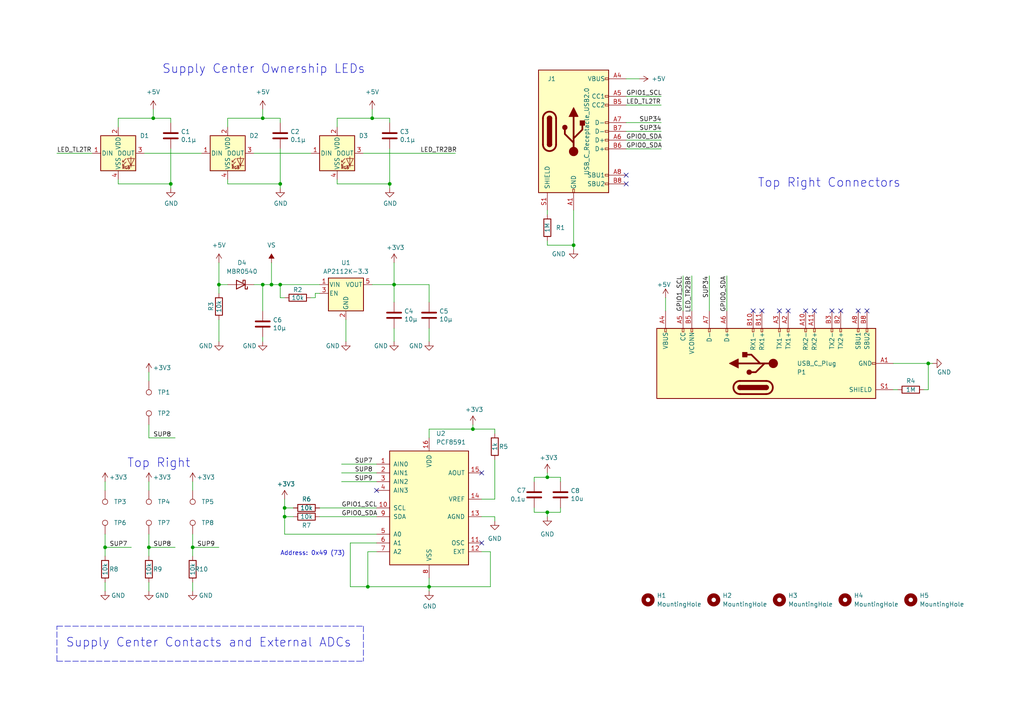
<source format=kicad_sch>
(kicad_sch (version 20211123) (generator eeschema)
  (paper "A4")
  (lib_symbols
    (symbol "Connector:TestPoint" (pin_numbers hide) (pin_names (offset 0.762) hide)
      (property "Reference" "TP" (at 0 6.858 0))
      (property "Value" "TestPoint" (at 0 5.08 0))
      (symbol "TestPoint_0_1"
        (circle (center 0 3.302) (radius 0.762))
      )
      (symbol "TestPoint_1_1"
        (pin passive line (at 0 0 90) (length 2.54) (name "1") (number "1"))
      )
    )
    (symbol "Connector:USB_C_Plug" (pin_names (offset 1.016))
      (property "Reference" "P" (at -10.16 29.21 0))
      (property "Value" "USB_C_Plug" (at 10.16 29.21 0))
      (symbol "USB_C_Plug_0_0"
        (rectangle (start -0.254 -35.56) (end 0.254 -34.544))
        (rectangle (start 10.16 -32.766) (end 9.144 -33.274))
        (rectangle (start 10.16 -30.226) (end 9.144 -30.734))
        (rectangle (start 10.16 -25.146) (end 9.144 -25.654))
        (rectangle (start 10.16 -22.606) (end 9.144 -23.114))
        (rectangle (start 10.16 -17.526) (end 9.144 -18.034))
        (rectangle (start 10.16 -14.986) (end 9.144 -15.494))
        (rectangle (start 10.16 -9.906) (end 9.144 -10.414))
        (rectangle (start 10.16 -7.366) (end 9.144 -7.874))
        (rectangle (start 10.16 -2.286) (end 9.144 -2.794))
        (rectangle (start 10.16 0.254) (end 9.144 -0.254))
        (rectangle (start 10.16 7.874) (end 9.144 7.366))
        (rectangle (start 10.16 12.954) (end 9.144 12.446))
        (rectangle (start 10.16 18.034) (end 9.144 17.526))
        (rectangle (start 10.16 20.574) (end 9.144 20.066))
        (rectangle (start 10.16 25.654) (end 9.144 25.146))
      )
      (symbol "USB_C_Plug_0_1"
        (rectangle (start -10.16 27.94) (end 10.16 -35.56) (stroke (width 0.254)) (fill (type background)))
        (arc (start -8.89 -3.81) (mid -6.985 -5.715) (end -5.08 -3.81) (stroke (width 0.508)))
        (arc (start -7.62 -3.81) (mid -6.985 -4.445) (end -6.35 -3.81) (stroke (width 0.254)))
        (arc (start -7.62 -3.81) (mid -6.985 -4.445) (end -6.35 -3.81) (stroke (width 0.254)) (fill (type outline)))
        (rectangle (start -7.62 -3.81) (end -6.35 3.81) (stroke (width 0.254)) (fill (type outline)))
        (arc (start -6.35 3.81) (mid -6.985 4.445) (end -7.62 3.81) (stroke (width 0.254)))
        (arc (start -6.35 3.81) (mid -6.985 4.445) (end -7.62 3.81) (stroke (width 0.254)) (fill (type outline)))
        (arc (start -5.08 3.81) (mid -6.985 5.715) (end -8.89 3.81) (stroke (width 0.508)))
        (polyline (pts (xy -8.89 -3.81) (xy -8.89 3.81)) (stroke (width 0.508)))
        (polyline (pts (xy -5.08 3.81) (xy -5.08 -3.81)) (stroke (width 0.508)))
      )
      (symbol "USB_C_Plug_1_1"
        (circle (center -2.54 1.143) (radius 0.635) (stroke (width 0.254)) (fill (type outline)))
        (circle (center 0 -5.842) (radius 1.27) (fill (type outline)))
        (polyline (pts (xy 0 -5.842) (xy 0 4.318)) (stroke (width 0.508)))
        (polyline (pts (xy 0 -3.302) (xy -2.54 -0.762) (xy -2.54 0.508)) (stroke (width 0.508)))
        (polyline (pts (xy 0 -2.032) (xy 2.54 0.508) (xy 2.54 1.778)) (stroke (width 0.508)))
        (polyline (pts (xy -1.27 4.318) (xy 0 6.858) (xy 1.27 4.318) (xy -1.27 4.318)) (stroke (width 0.254)) (fill (type outline)))
        (rectangle (start 1.905 1.778) (end 3.175 3.048) (stroke (width 0.254)) (fill (type outline)))
        (pin passive line (at 0 -40.64 90) (length 5.08) (name "GND") (number "A1"))
        (pin bidirectional line (at 15.24 -15.24 180) (length 5.08) (name "RX2-") (number "A10"))
        (pin bidirectional line (at 15.24 -17.78 180) (length 5.08) (name "RX2+") (number "A11"))
        (pin passive line (at 0 -40.64 90) (length 5.08) hide (name "GND") (number "A12"))
        (pin bidirectional line (at 15.24 -10.16 180) (length 5.08) (name "TX1+") (number "A2"))
        (pin bidirectional line (at 15.24 -7.62 180) (length 5.08) (name "TX1-") (number "A3"))
        (pin passive line (at 15.24 25.4 180) (length 5.08) (name "VBUS") (number "A4"))
        (pin bidirectional line (at 15.24 20.32 180) (length 5.08) (name "CC") (number "A5"))
        (pin bidirectional line (at 15.24 7.62 180) (length 5.08) (name "D+") (number "A6"))
        (pin bidirectional line (at 15.24 12.7 180) (length 5.08) (name "D-") (number "A7"))
        (pin bidirectional line (at 15.24 -30.48 180) (length 5.08) (name "SBU1") (number "A8"))
        (pin passive line (at 15.24 25.4 180) (length 5.08) hide (name "VBUS") (number "A9"))
        (pin passive line (at 0 -40.64 90) (length 5.08) hide (name "GND") (number "B1"))
        (pin bidirectional line (at 15.24 0 180) (length 5.08) (name "RX1-") (number "B10"))
        (pin bidirectional line (at 15.24 -2.54 180) (length 5.08) (name "RX1+") (number "B11"))
        (pin passive line (at 0 -40.64 90) (length 5.08) hide (name "GND") (number "B12"))
        (pin bidirectional line (at 15.24 -25.4 180) (length 5.08) (name "TX2+") (number "B2"))
        (pin bidirectional line (at 15.24 -22.86 180) (length 5.08) (name "TX2-") (number "B3"))
        (pin passive line (at 15.24 25.4 180) (length 5.08) hide (name "VBUS") (number "B4"))
        (pin bidirectional line (at 15.24 17.78 180) (length 5.08) (name "VCONN") (number "B5"))
        (pin bidirectional line (at 15.24 -33.02 180) (length 5.08) (name "SBU2") (number "B8"))
        (pin passive line (at 15.24 25.4 180) (length 5.08) hide (name "VBUS") (number "B9"))
        (pin passive line (at -7.62 -40.64 90) (length 5.08) (name "SHIELD") (number "S1"))
      )
    )
    (symbol "Connector:USB_C_Receptacle_USB2.0" (pin_names (offset 1.016))
      (property "Reference" "J" (at -10.16 19.05 0))
      (property "Value" "USB_C_Receptacle_USB2.0" (at 19.05 19.05 0))
      (symbol "USB_C_Receptacle_USB2.0_0_0"
        (rectangle (start -0.254 -17.78) (end 0.254 -16.764))
        (rectangle (start 10.16 -14.986) (end 9.144 -15.494))
        (rectangle (start 10.16 -12.446) (end 9.144 -12.954))
        (rectangle (start 10.16 -4.826) (end 9.144 -5.334))
        (rectangle (start 10.16 -2.286) (end 9.144 -2.794))
        (rectangle (start 10.16 0.254) (end 9.144 -0.254))
        (rectangle (start 10.16 2.794) (end 9.144 2.286))
        (rectangle (start 10.16 7.874) (end 9.144 7.366))
        (rectangle (start 10.16 10.414) (end 9.144 9.906))
        (rectangle (start 10.16 15.494) (end 9.144 14.986))
      )
      (symbol "USB_C_Receptacle_USB2.0_0_1"
        (rectangle (start -10.16 17.78) (end 10.16 -17.78) (stroke (width 0.254)) (fill (type background)))
        (arc (start -8.89 -3.81) (mid -6.985 -5.715) (end -5.08 -3.81) (stroke (width 0.508)))
        (arc (start -7.62 -3.81) (mid -6.985 -4.445) (end -6.35 -3.81) (stroke (width 0.254)))
        (arc (start -7.62 -3.81) (mid -6.985 -4.445) (end -6.35 -3.81) (stroke (width 0.254)) (fill (type outline)))
        (rectangle (start -7.62 -3.81) (end -6.35 3.81) (stroke (width 0.254)) (fill (type outline)))
        (arc (start -6.35 3.81) (mid -6.985 4.445) (end -7.62 3.81) (stroke (width 0.254)))
        (arc (start -6.35 3.81) (mid -6.985 4.445) (end -7.62 3.81) (stroke (width 0.254)) (fill (type outline)))
        (arc (start -5.08 3.81) (mid -6.985 5.715) (end -8.89 3.81) (stroke (width 0.508)))
        (circle (center -2.54 1.143) (radius 0.635) (stroke (width 0.254)) (fill (type outline)))
        (circle (center 0 -5.842) (radius 1.27) (fill (type outline)))
        (polyline (pts (xy -8.89 -3.81) (xy -8.89 3.81)) (stroke (width 0.508)))
        (polyline (pts (xy -5.08 3.81) (xy -5.08 -3.81)) (stroke (width 0.508)))
        (polyline (pts (xy 0 -5.842) (xy 0 4.318)) (stroke (width 0.508)))
        (polyline (pts (xy 0 -3.302) (xy -2.54 -0.762) (xy -2.54 0.508)) (stroke (width 0.508)))
        (polyline (pts (xy 0 -2.032) (xy 2.54 0.508) (xy 2.54 1.778)) (stroke (width 0.508)))
        (polyline (pts (xy -1.27 4.318) (xy 0 6.858) (xy 1.27 4.318) (xy -1.27 4.318)) (stroke (width 0.254)) (fill (type outline)))
        (rectangle (start 1.905 1.778) (end 3.175 3.048) (stroke (width 0.254)) (fill (type outline)))
      )
      (symbol "USB_C_Receptacle_USB2.0_1_1"
        (pin passive line (at 0 -22.86 90) (length 5.08) (name "GND") (number "A1"))
        (pin passive line (at 0 -22.86 90) (length 5.08) hide (name "GND") (number "A12"))
        (pin passive line (at 15.24 15.24 180) (length 5.08) (name "VBUS") (number "A4"))
        (pin bidirectional line (at 15.24 10.16 180) (length 5.08) (name "CC1") (number "A5"))
        (pin bidirectional line (at 15.24 -2.54 180) (length 5.08) (name "D+") (number "A6"))
        (pin bidirectional line (at 15.24 2.54 180) (length 5.08) (name "D-") (number "A7"))
        (pin bidirectional line (at 15.24 -12.7 180) (length 5.08) (name "SBU1") (number "A8"))
        (pin passive line (at 15.24 15.24 180) (length 5.08) hide (name "VBUS") (number "A9"))
        (pin passive line (at 0 -22.86 90) (length 5.08) hide (name "GND") (number "B1"))
        (pin passive line (at 0 -22.86 90) (length 5.08) hide (name "GND") (number "B12"))
        (pin passive line (at 15.24 15.24 180) (length 5.08) hide (name "VBUS") (number "B4"))
        (pin bidirectional line (at 15.24 7.62 180) (length 5.08) (name "CC2") (number "B5"))
        (pin bidirectional line (at 15.24 -5.08 180) (length 5.08) (name "D+") (number "B6"))
        (pin bidirectional line (at 15.24 0 180) (length 5.08) (name "D-") (number "B7"))
        (pin bidirectional line (at 15.24 -15.24 180) (length 5.08) (name "SBU2") (number "B8"))
        (pin passive line (at 15.24 15.24 180) (length 5.08) hide (name "VBUS") (number "B9"))
        (pin passive line (at -7.62 -22.86 90) (length 5.08) (name "SHIELD") (number "S1"))
      )
    )
    (symbol "Device:C" (pin_numbers hide) (pin_names (offset 0.254))
      (property "Reference" "C" (at 0.635 2.54 0))
      (property "Value" "C" (at 0.635 -2.54 0))
      (symbol "C_0_1"
        (polyline (pts (xy -2.032 -0.762) (xy 2.032 -0.762)) (stroke (width 0.508)))
        (polyline (pts (xy -2.032 0.762) (xy 2.032 0.762)) (stroke (width 0.508)))
      )
      (symbol "C_1_1"
        (pin passive line (at 0 3.81 270) (length 2.794) (name "~") (number "1"))
        (pin passive line (at 0 -3.81 90) (length 2.794) (name "~") (number "2"))
      )
    )
    (symbol "Device:R" (pin_numbers hide) (pin_names (offset 0))
      (property "Reference" "R" (at 2.032 0 90))
      (property "Value" "R" (at 0 0 90))
      (symbol "R_0_1"
        (rectangle (start -1.016 -2.54) (end 1.016 2.54) (stroke (width 0.254)))
      )
      (symbol "R_1_1"
        (pin passive line (at 0 3.81 270) (length 1.27) (name "~") (number "1"))
        (pin passive line (at 0 -3.81 90) (length 1.27) (name "~") (number "2"))
      )
    )
    (symbol "Diode:MBR0540" (pin_numbers hide) (pin_names (offset 1.016) hide)
      (property "Reference" "D" (at 0 2.54 0))
      (property "Value" "MBR0540" (at 0 -2.54 0))
      (symbol "MBR0540_0_1"
        (polyline (pts (xy 1.27 0) (xy -1.27 0)))
        (polyline (pts (xy 1.27 1.27) (xy 1.27 -1.27) (xy -1.27 0) (xy 1.27 1.27)) (stroke (width 0.254)))
        (polyline (pts (xy -1.905 0.635) (xy -1.905 1.27) (xy -1.27 1.27) (xy -1.27 -1.27) (xy -0.635 -1.27) (xy -0.635 -0.635)) (stroke (width 0.254)))
      )
      (symbol "MBR0540_1_1"
        (pin passive line (at -3.81 0 0) (length 2.54) (name "K") (number "1"))
        (pin passive line (at 3.81 0 180) (length 2.54) (name "A") (number "2"))
      )
    )
    (symbol "Interface_Expansion:PCF8591" (pin_names (offset 1.016))
      (property "Reference" "U" (at -11.43 17.78 0))
      (property "Value" "PCF8591" (at 3.81 17.78 0))
      (symbol "PCF8591_0_1"
        (rectangle (start -11.43 -16.51) (end 11.43 16.51) (stroke (width 0.254)) (fill (type background)))
      )
      (symbol "PCF8591_1_1"
        (pin passive line (at -15.24 12.7 0) (length 3.81) (name "AIN0") (number "1"))
        (pin input line (at -15.24 0 0) (length 3.81) (name "SCL") (number "10"))
        (pin bidirectional line (at 15.24 -10.16 180) (length 3.81) (name "OSC") (number "11"))
        (pin input line (at 15.24 -12.7 180) (length 3.81) (name "EXT") (number "12"))
        (pin power_out line (at 15.24 -2.54 180) (length 3.81) (name "AGND") (number "13"))
        (pin passive line (at 15.24 2.54 180) (length 3.81) (name "VREF") (number "14"))
        (pin passive line (at 15.24 10.16 180) (length 3.81) (name "AOUT") (number "15"))
        (pin power_in line (at 0 20.32 270) (length 3.81) (name "VDD") (number "16"))
        (pin passive line (at -15.24 10.16 0) (length 3.81) (name "AIN1") (number "2"))
        (pin passive line (at -15.24 7.62 0) (length 3.81) (name "AIN2") (number "3"))
        (pin passive line (at -15.24 5.08 0) (length 3.81) (name "AIN3") (number "4"))
        (pin input line (at -15.24 -7.62 0) (length 3.81) (name "A0") (number "5"))
        (pin input line (at -15.24 -10.16 0) (length 3.81) (name "A1") (number "6"))
        (pin input line (at -15.24 -12.7 0) (length 3.81) (name "A2") (number "7"))
        (pin power_in line (at 0 -20.32 90) (length 3.81) (name "VSS") (number "8"))
        (pin bidirectional line (at -15.24 -2.54 0) (length 3.81) (name "SDA") (number "9"))
      )
    )
    (symbol "MCU_RaspberryPi_RP2040:SK6805-EC" (pin_names (offset 0.254))
      (property "Reference" "D" (at 5.08 5.715 0))
      (property "Value" "SK6805-EC" (at 1.27 -5.715 0))
      (symbol "SK6805-EC_0_0"
        (text "RGB" (at 2.286 -4.191 0) (effects (font (size 0.762 0.762))))
      )
      (symbol "SK6805-EC_0_1"
        (polyline (pts (xy 1.27 -3.556) (xy 1.778 -3.556)))
        (polyline (pts (xy 1.27 -2.54) (xy 1.778 -2.54)))
        (polyline (pts (xy 4.699 -3.556) (xy 2.667 -3.556)))
        (polyline (pts (xy 2.286 -2.54) (xy 1.27 -3.556) (xy 1.27 -3.048)))
        (polyline (pts (xy 2.286 -1.524) (xy 1.27 -2.54) (xy 1.27 -2.032)))
        (polyline (pts (xy 3.683 -1.016) (xy 3.683 -3.556) (xy 3.683 -4.064)))
        (polyline (pts (xy 4.699 -1.524) (xy 2.667 -1.524) (xy 3.683 -3.556) (xy 4.699 -1.524)))
        (rectangle (start 5.08 5.08) (end -5.08 -5.08) (stroke (width 0.254)) (fill (type background)))
      )
      (symbol "SK6805-EC_1_1"
        (pin input line (at -7.62 0 0) (length 2.54) (name "DIN") (number "1"))
        (pin power_in line (at 0 7.62 270) (length 2.54) (name "VDD") (number "2"))
        (pin output line (at 7.62 0 180) (length 2.54) (name "DOUT") (number "3"))
        (pin power_in line (at 0 -7.62 90) (length 2.54) (name "VSS") (number "4"))
      )
    )
    (symbol "Mechanical:MountingHole" (pin_names (offset 1.016))
      (property "Reference" "H" (at 0 5.08 0))
      (property "Value" "MountingHole" (at 0 3.175 0))
      (symbol "MountingHole_0_1"
        (circle (center 0 0) (radius 1.27) (stroke (width 1.27)))
      )
    )
    (symbol "Regulator_Linear:AP2112K-3.3" (pin_names (offset 0.254))
      (property "Reference" "U" (at -5.08 5.715 0))
      (property "Value" "AP2112K-3.3" (at 0 5.715 0))
      (symbol "AP2112K-3.3_0_1"
        (rectangle (start -5.08 4.445) (end 5.08 -5.08) (stroke (width 0.254)) (fill (type background)))
      )
      (symbol "AP2112K-3.3_1_1"
        (pin power_in line (at -7.62 2.54 0) (length 2.54) (name "VIN") (number "1"))
        (pin power_in line (at 0 -7.62 90) (length 2.54) (name "GND") (number "2"))
        (pin input line (at -7.62 0 0) (length 2.54) (name "EN") (number "3"))
        (pin no_connect line (at 5.08 0 180) (length 2.54) hide (name "NC") (number "4"))
        (pin power_out line (at 7.62 2.54 180) (length 2.54) (name "VOUT") (number "5"))
      )
    )
    (symbol "SK6805-EC_2" (pin_names (offset 0.254))
      (property "Reference" "D" (at 5.08 5.715 0))
      (property "Value" "SK6805-EC_2" (at 1.27 -5.715 0))
      (symbol "SK6805-EC_2_0_0"
        (text "RGB" (at 2.286 -4.191 0) (effects (font (size 0.762 0.762))))
      )
      (symbol "SK6805-EC_2_0_1"
        (polyline (pts (xy 1.27 -3.556) (xy 1.778 -3.556)))
        (polyline (pts (xy 1.27 -2.54) (xy 1.778 -2.54)))
        (polyline (pts (xy 4.699 -3.556) (xy 2.667 -3.556)))
        (polyline (pts (xy 2.286 -2.54) (xy 1.27 -3.556) (xy 1.27 -3.048)))
        (polyline (pts (xy 2.286 -1.524) (xy 1.27 -2.54) (xy 1.27 -2.032)))
        (polyline (pts (xy 3.683 -1.016) (xy 3.683 -3.556) (xy 3.683 -4.064)))
        (polyline (pts (xy 4.699 -1.524) (xy 2.667 -1.524) (xy 3.683 -3.556) (xy 4.699 -1.524)))
        (rectangle (start 5.08 5.08) (end -5.08 -5.08) (stroke (width 0.254)) (fill (type background)))
      )
      (symbol "SK6805-EC_2_1_1"
        (pin input line (at -7.62 0 0) (length 2.54) (name "DIN") (number "1"))
        (pin power_in line (at 0 7.62 270) (length 2.54) (name "VDD") (number "2"))
        (pin output line (at 7.62 0 180) (length 2.54) (name "DOUT") (number "3"))
        (pin power_in line (at 0 -7.62 90) (length 2.54) (name "VSS") (number "4"))
      )
    )
    (symbol "power:+3V3" (power) (pin_names (offset 0))
      (property "Value" "+3V3" (at 0 3.556 0))
      (symbol "+3V3_0_1"
        (polyline (pts (xy -0.762 1.27) (xy 0 2.54)))
        (polyline (pts (xy 0 0) (xy 0 2.54)))
        (polyline (pts (xy 0 2.54) (xy 0.762 1.27)))
      )
      (symbol "+3V3_1_1"
        (pin power_in line (at 0 0 90) (length 0) hide (name "+3V3") (number "1"))
      )
    )
    (symbol "power:+5V" (power) (pin_names (offset 0))
      (property "Value" "+5V" (at 0 3.556 0))
      (symbol "+5V_0_1"
        (polyline (pts (xy -0.762 1.27) (xy 0 2.54)))
        (polyline (pts (xy 0 0) (xy 0 2.54)))
        (polyline (pts (xy 0 2.54) (xy 0.762 1.27)))
      )
      (symbol "+5V_1_1"
        (pin power_in line (at 0 0 90) (length 0) hide (name "+5V") (number "1"))
      )
    )
    (symbol "power:GND" (power) (pin_names (offset 0))
      (property "Value" "GND" (at 0 -3.81 0))
      (symbol "GND_0_1"
        (polyline (pts (xy 0 0) (xy 0 -1.27) (xy 1.27 -1.27) (xy 0 -2.54) (xy -1.27 -1.27) (xy 0 -1.27)))
      )
      (symbol "GND_1_1"
        (pin power_in line (at 0 0 270) (length 0) hide (name "GND") (number "1"))
      )
    )
    (symbol "power:VS" (power) (pin_names (offset 0))
      (property "Value" "VS" (at 0 3.81 0))
      (symbol "VS_0_1"
        (polyline (pts (xy 0 0) (xy 0 2.54)))
        (polyline (pts (xy 0.762 1.27) (xy -0.762 1.27) (xy 0 2.54) (xy 0.762 1.27)) (fill (type outline)))
      )
      (symbol "VS_1_1"
        (pin power_in line (at 0 0 90) (length 0) hide (name "VS") (number "1"))
      )
    )
  )
  (junction (at 49.53 53.34))
  (junction (at 166.37 71.12))
  (junction (at 55.88 158.75))
  (junction (at 106.68 170.18))
  (junction (at 137.16 124.46))
  (junction (at 81.28 82.55))
  (junction (at 63.5 82.55))
  (junction (at 82.55 147.32))
  (junction (at 44.45 34.29))
  (junction (at 114.3 82.55))
  (junction (at 43.18 158.75))
  (junction (at 30.48 158.75))
  (junction (at 158.75 138.43))
  (junction (at 113.03 53.34))
  (junction (at 124.46 170.18))
  (junction (at 269.24 105.41))
  (junction (at 158.75 148.59))
  (junction (at 76.2 34.29))
  (junction (at 82.55 149.86))
  (junction (at 107.95 34.29))
  (junction (at 78.74 82.55))
  (junction (at 76.2 82.55))
  (junction (at 81.28 53.34))
  (no_connect (at 181.61 50.8))
  (no_connect (at 181.61 53.34))
  (no_connect (at 248.92 90.17))
  (no_connect (at 251.46 90.17))
  (no_connect (at 233.68 90.17))
  (no_connect (at 236.22 90.17))
  (no_connect (at 228.6 90.17))
  (no_connect (at 241.3 90.17))
  (no_connect (at 139.7 157.48))
  (no_connect (at 243.84 90.17))
  (no_connect (at 109.22 142.24))
  (no_connect (at 220.98 90.17))
  (no_connect (at 226.06 90.17))
  (no_connect (at 139.7 137.16))
  (no_connect (at 218.44 90.17))
  (wire (pts (xy 81.28 54.61) (xy 81.28 53.34)))
  (wire (pts (xy 198.12 80.01) (xy 198.12 90.17)))
  (wire (pts (xy 63.5 92.71) (xy 63.5 99.06)))
  (wire (pts (xy 55.88 158.75) (xy 63.5 158.75)))
  (wire (pts (xy 114.3 95.25) (xy 114.3 99.06)))
  (wire (pts (xy 66.04 36.83) (xy 66.04 34.29)))
  (wire (pts (xy 99.06 139.7) (xy 109.22 139.7)))
  (wire (pts (xy 158.75 148.59) (xy 158.75 149.86)))
  (wire (pts (xy 154.94 148.59) (xy 158.75 148.59)))
  (wire (pts (xy 106.68 170.18) (xy 124.46 170.18)))
  (polyline (pts (xy 105.41 181.61) (xy 105.41 191.77)))
  (wire (pts (xy 82.55 147.32) (xy 85.09 147.32)))
  (wire (pts (xy 16.51 44.45) (xy 26.67 44.45)))
  (wire (pts (xy 78.74 76.2) (xy 78.74 82.55)))
  (wire (pts (xy 181.61 43.18) (xy 191.77 43.18)))
  (wire (pts (xy 76.2 97.79) (xy 76.2 99.06)))
  (wire (pts (xy 81.28 34.29) (xy 81.28 35.56)))
  (wire (pts (xy 124.46 82.55) (xy 114.3 82.55)))
  (wire (pts (xy 139.7 144.78) (xy 143.51 144.78)))
  (polyline (pts (xy 16.51 191.77) (xy 16.51 181.61)))
  (wire (pts (xy 97.79 36.83) (xy 97.79 34.29)))
  (wire (pts (xy 30.48 154.94) (xy 30.48 158.75)))
  (wire (pts (xy 30.48 139.7) (xy 30.48 142.24)))
  (wire (pts (xy 259.08 113.03) (xy 260.35 113.03)))
  (wire (pts (xy 81.28 82.55) (xy 92.71 82.55)))
  (wire (pts (xy 193.04 86.36) (xy 193.04 90.17)))
  (wire (pts (xy 124.46 95.25) (xy 124.46 99.06)))
  (wire (pts (xy 124.46 87.63) (xy 124.46 82.55)))
  (wire (pts (xy 30.48 168.91) (xy 30.48 171.45)))
  (wire (pts (xy 101.6 170.18) (xy 106.68 170.18)))
  (wire (pts (xy 267.97 113.03) (xy 269.24 113.03)))
  (wire (pts (xy 107.95 31.75) (xy 107.95 34.29)))
  (wire (pts (xy 269.24 113.03) (xy 269.24 105.41)))
  (wire (pts (xy 109.22 160.02) (xy 106.68 160.02)))
  (wire (pts (xy 82.55 149.86) (xy 82.55 147.32)))
  (wire (pts (xy 109.22 157.48) (xy 101.6 157.48)))
  (wire (pts (xy 106.68 160.02) (xy 106.68 170.18)))
  (wire (pts (xy 124.46 127) (xy 124.46 124.46)))
  (wire (pts (xy 181.61 40.64) (xy 191.77 40.64)))
  (wire (pts (xy 49.53 43.18) (xy 49.53 53.34)))
  (polyline (pts (xy 16.51 191.77) (xy 105.41 191.77)))
  (wire (pts (xy 73.66 44.45) (xy 90.17 44.45)))
  (wire (pts (xy 105.41 44.45) (xy 132.08 44.45)))
  (wire (pts (xy 124.46 124.46) (xy 137.16 124.46)))
  (wire (pts (xy 76.2 34.29) (xy 81.28 34.29)))
  (wire (pts (xy 200.66 80.01) (xy 200.66 90.17)))
  (wire (pts (xy 143.51 125.73) (xy 143.51 124.46)))
  (wire (pts (xy 139.7 149.86) (xy 143.51 149.86)))
  (wire (pts (xy 43.18 127) (xy 50.8 127)))
  (wire (pts (xy 107.95 34.29) (xy 113.03 34.29)))
  (wire (pts (xy 143.51 133.35) (xy 143.51 144.78)))
  (wire (pts (xy 91.44 85.09) (xy 92.71 85.09)))
  (wire (pts (xy 162.56 138.43) (xy 162.56 139.7)))
  (wire (pts (xy 43.18 158.75) (xy 43.18 161.29)))
  (wire (pts (xy 97.79 53.34) (xy 113.03 53.34)))
  (wire (pts (xy 269.24 105.41) (xy 259.08 105.41)))
  (wire (pts (xy 43.18 168.91) (xy 43.18 171.45)))
  (wire (pts (xy 99.06 137.16) (xy 109.22 137.16)))
  (wire (pts (xy 113.03 34.29) (xy 113.03 35.56)))
  (wire (pts (xy 76.2 31.75) (xy 76.2 34.29)))
  (wire (pts (xy 181.61 27.94) (xy 191.77 27.94)))
  (wire (pts (xy 34.29 52.07) (xy 34.29 53.34)))
  (wire (pts (xy 158.75 71.12) (xy 166.37 71.12)))
  (wire (pts (xy 66.04 53.34) (xy 81.28 53.34)))
  (wire (pts (xy 78.74 82.55) (xy 81.28 82.55)))
  (wire (pts (xy 66.04 52.07) (xy 66.04 53.34)))
  (wire (pts (xy 82.55 154.94) (xy 109.22 154.94)))
  (wire (pts (xy 63.5 82.55) (xy 63.5 85.09)))
  (wire (pts (xy 63.5 76.2) (xy 63.5 82.55)))
  (wire (pts (xy 92.71 147.32) (xy 109.22 147.32)))
  (wire (pts (xy 82.55 86.36) (xy 81.28 86.36)))
  (wire (pts (xy 166.37 71.12) (xy 166.37 60.96)))
  (wire (pts (xy 154.94 138.43) (xy 154.94 139.7)))
  (wire (pts (xy 158.75 148.59) (xy 162.56 148.59)))
  (wire (pts (xy 99.06 134.62) (xy 109.22 134.62)))
  (wire (pts (xy 43.18 123.19) (xy 43.18 127)))
  (wire (pts (xy 55.88 158.75) (xy 55.88 161.29)))
  (wire (pts (xy 114.3 82.55) (xy 114.3 87.63)))
  (wire (pts (xy 92.71 149.86) (xy 109.22 149.86)))
  (wire (pts (xy 107.95 82.55) (xy 114.3 82.55)))
  (wire (pts (xy 41.91 44.45) (xy 58.42 44.45)))
  (polyline (pts (xy 16.51 181.61) (xy 105.41 181.61)))
  (wire (pts (xy 100.33 92.71) (xy 100.33 99.06)))
  (wire (pts (xy 124.46 170.18) (xy 142.24 170.18)))
  (wire (pts (xy 158.75 69.85) (xy 158.75 71.12)))
  (wire (pts (xy 142.24 160.02) (xy 142.24 170.18)))
  (wire (pts (xy 185.42 22.86) (xy 181.61 22.86)))
  (wire (pts (xy 34.29 34.29) (xy 44.45 34.29)))
  (wire (pts (xy 34.29 53.34) (xy 49.53 53.34)))
  (wire (pts (xy 49.53 34.29) (xy 49.53 35.56)))
  (wire (pts (xy 30.48 158.75) (xy 30.48 161.29)))
  (wire (pts (xy 114.3 76.2) (xy 114.3 82.55)))
  (wire (pts (xy 43.18 139.7) (xy 43.18 142.24)))
  (wire (pts (xy 113.03 43.18) (xy 113.03 53.34)))
  (wire (pts (xy 210.82 80.01) (xy 210.82 90.17)))
  (wire (pts (xy 97.79 52.07) (xy 97.79 53.34)))
  (wire (pts (xy 113.03 54.61) (xy 113.03 53.34)))
  (wire (pts (xy 101.6 157.48) (xy 101.6 170.18)))
  (wire (pts (xy 66.04 34.29) (xy 76.2 34.29)))
  (wire (pts (xy 49.53 54.61) (xy 49.53 53.34)))
  (wire (pts (xy 181.61 30.48) (xy 191.77 30.48)))
  (wire (pts (xy 44.45 31.75) (xy 44.45 34.29)))
  (wire (pts (xy 181.61 38.1) (xy 191.77 38.1)))
  (wire (pts (xy 139.7 160.02) (xy 142.24 160.02)))
  (wire (pts (xy 82.55 144.78) (xy 82.55 147.32)))
  (wire (pts (xy 43.18 107.95) (xy 43.18 110.49)))
  (wire (pts (xy 158.75 138.43) (xy 154.94 138.43)))
  (wire (pts (xy 55.88 154.94) (xy 55.88 158.75)))
  (wire (pts (xy 82.55 154.94) (xy 82.55 149.86)))
  (wire (pts (xy 76.2 82.55) (xy 76.2 90.17)))
  (wire (pts (xy 162.56 147.32) (xy 162.56 148.59)))
  (wire (pts (xy 154.94 147.32) (xy 154.94 148.59)))
  (wire (pts (xy 76.2 82.55) (xy 78.74 82.55)))
  (wire (pts (xy 97.79 34.29) (xy 107.95 34.29)))
  (wire (pts (xy 270.51 105.41) (xy 269.24 105.41)))
  (wire (pts (xy 124.46 167.64) (xy 124.46 170.18)))
  (wire (pts (xy 85.09 149.86) (xy 82.55 149.86)))
  (wire (pts (xy 143.51 151.13) (xy 143.51 149.86)))
  (wire (pts (xy 181.61 35.56) (xy 191.77 35.56)))
  (wire (pts (xy 166.37 72.39) (xy 166.37 71.12)))
  (wire (pts (xy 137.16 123.19) (xy 137.16 124.46)))
  (wire (pts (xy 158.75 137.16) (xy 158.75 138.43)))
  (wire (pts (xy 44.45 34.29) (xy 49.53 34.29)))
  (wire (pts (xy 90.17 86.36) (xy 91.44 86.36)))
  (wire (pts (xy 34.29 36.83) (xy 34.29 34.29)))
  (wire (pts (xy 43.18 158.75) (xy 50.8 158.75)))
  (wire (pts (xy 81.28 43.18) (xy 81.28 53.34)))
  (wire (pts (xy 43.18 154.94) (xy 43.18 158.75)))
  (wire (pts (xy 137.16 124.46) (xy 143.51 124.46)))
  (wire (pts (xy 30.48 158.75) (xy 38.1 158.75)))
  (wire (pts (xy 158.75 60.96) (xy 158.75 62.23)))
  (wire (pts (xy 158.75 138.43) (xy 162.56 138.43)))
  (wire (pts (xy 63.5 82.55) (xy 66.04 82.55)))
  (wire (pts (xy 55.88 168.91) (xy 55.88 171.45)))
  (wire (pts (xy 91.44 86.36) (xy 91.44 85.09)))
  (wire (pts (xy 81.28 86.36) (xy 81.28 82.55)))
  (wire (pts (xy 124.46 170.18) (xy 124.46 171.45)))
  (wire (pts (xy 73.66 82.55) (xy 76.2 82.55)))
  (wire (pts (xy 205.74 80.01) (xy 205.74 90.17)))
  (wire (pts (xy 55.88 139.7) (xy 55.88 142.24)))
  (text "Top Right" (at 36.83 135.89 0) (effects (font (size 2.54 2.54)) (justify left bottom)))
  (text "Address: 0x49 (73)" (at 81.28 161.29 0) (effects (font (size 1.27 1.27)) (justify left bottom)))
  (text "Supply Center Contacts and External ADCs" (at 19.05 187.96 0) (effects (font (size 2.54 2.54)) (justify left bottom)))
  (text "Supply Center Ownership LEDs" (at 46.99 21.59 0) (effects (font (size 2.54 2.54)) (justify left bottom)))
  (text "Top Right Connectors" (at 219.71 54.61 0) (effects (font (size 2.54 2.54)) (justify left bottom)))
  (label "SUP8" (at 102.87 137.16 0))
  (label "SUP34" (at 205.74 80.01 270))
  (label "SUP34" (at 185.42 38.1 0))
  (label "LED_TR2BR" (at 200.66 80.01 270))
  (label "SUP9" (at 57.15 158.75 0))
  (label "GPIO1_SCL" (at 198.12 80.01 270))
  (label "SUP7" (at 102.87 134.62 0))
  (label "GPIO1_SCL" (at 99.06 147.32 0))
  (label "GPIO0_SDA" (at 99.06 149.86 0))
  (label "SUP8" (at 44.45 158.75 0))
  (label "LED_TL2TR" (at 181.61 30.48 0))
  (label "SUP7" (at 31.75 158.75 0))
  (label "SUP8" (at 44.45 127 0))
  (label "GPIO0_SDA" (at 210.82 80.01 270))
  (label "LED_TL2TR" (at 16.51 44.45 0))
  (label "LED_TR2BR" (at 121.92 44.45 0))
  (label "SUP9" (at 102.87 139.7 0))
  (label "SUP34" (at 185.42 35.56 0))
  (label "GPIO0_SDA" (at 181.61 40.64 0))
  (label "GPIO1_SCL" (at 181.61 27.94 0))
  (label "GPIO0_SDA" (at 181.61 43.18 0))
  (symbol (lib_id "Connector:TestPoint") (at 43.18 123.19 0) (unit 1)
    (property "Reference" "TP2" (at 45.72 119.8879 0) (effects (justify left)))
    (property "Value" "TestPoint" (effects hide))
    (property "Footprint" "dip:TestPoint_Pad_D2.0mm" (effects hide))
  )
  (symbol (lib_id "Device:C") (at 49.53 39.37 0) (unit 1)
    (property "Reference" "C1" (at 52.451 38.2016 0) (effects (justify left)))
    (property "Value" "0.1µ" (at 52.451 40.513 0) (effects (justify left)))
    (property "Footprint" "Capacitor_SMD:C_0805_2012Metric" (effects hide))
  )
  (symbol (lib_id "power:+5V") (at 76.2 31.75 0) (unit 1)
    (property "Reference" "#PWR03" (effects hide))
    (property "Value" "+5V" (at 76.2 26.67 0))
  )
  (symbol (lib_id "Connector:TestPoint") (at 30.48 142.24 180) (unit 1)
    (property "Reference" "TP3" (at 33.02 145.5419 0) (effects (justify right)))
    (property "Value" "TestPoint" (effects hide))
    (property "Footprint" "dip:TestPoint_Pad_D2.0mm" (effects hide))
  )
  (symbol (lib_id "Device:C") (at 154.94 143.51 0) (unit 1)
    (property "Reference" "C7" (at 149.86 142.24 0) (effects (justify left)))
    (property "Value" "0.1u" (at 152.4 144.78 0) (effects (justify right)))
    (property "Footprint" "Capacitor_SMD:C_0805_2012Metric" (effects hide))
  )
  (symbol (lib_id "Device:C") (at 113.03 39.37 0) (unit 1)
    (property "Reference" "C3" (at 115.951 38.2016 0) (effects (justify left)))
    (property "Value" "0.1µ" (at 115.951 40.513 0) (effects (justify left)))
    (property "Footprint" "Capacitor_SMD:C_0805_2012Metric" (effects hide))
  )
  (symbol (lib_id "Device:C") (at 81.28 39.37 0) (unit 1)
    (property "Reference" "C2" (at 84.201 38.2016 0) (effects (justify left)))
    (property "Value" "0.1µ" (at 84.201 40.513 0) (effects (justify left)))
    (property "Footprint" "Capacitor_SMD:C_0805_2012Metric" (effects hide))
  )
  (symbol (lib_id "power:GND") (at 114.3 99.06 0) (unit 1)
    (property "Reference" "#PWR016" (effects hide))
    (property "Value" "GND" (at 110.49 100.33 0))
  )
  (symbol (lib_id "Device:C") (at 76.2 93.98 0) (unit 1)
    (property "Reference" "C6" (at 79.121 92.8116 0) (effects (justify left)))
    (property "Value" "10µ" (at 79.121 95.123 0) (effects (justify left)))
    (property "Footprint" "Capacitor_SMD:C_0805_2012Metric" (effects hide))
  )
  (symbol (lib_id "power:+5V") (at 193.04 86.36 0) (mirror y) (unit 1)
    (property "Reference" "#PWR012" (effects hide))
    (property "Value" "+5V" (at 190.5 82.55 0) (effects (justify right)))
  )
  (symbol (lib_id "power:GND") (at 124.46 171.45 0) (unit 1)
    (property "Reference" "#PWR031" (effects hide))
    (property "Value" "GND" (at 124.587 175.8442 0))
  )
  (symbol (lib_id "power:GND") (at 113.03 54.61 0) (unit 1)
    (property "Reference" "#PWR07" (effects hide))
    (property "Value" "GND" (at 113.157 59.0042 0))
  )
  (symbol (lib_id "Device:R") (at 55.88 165.1 180) (unit 1)
    (property "Reference" "R10" (at 58.42 165.1 0))
    (property "Value" "10k" (at 55.88 165.1 90))
    (property "Footprint" "Resistor_SMD:R_0603_1608Metric" (effects hide))
  )
  (symbol (lib_name "SK6805-EC_2") (lib_id "MCU_RaspberryPi_RP2040:SK6805-EC") (at 97.79 44.45 0) (unit 1)
    (property "Reference" "D3" (at 105.41 39.37 0))
    (property "Value" "SK6805-EC" (effects hide))
    (property "Footprint" "dip:SK6805-EC" (effects hide))
  )
  (symbol (lib_id "MCU_RaspberryPi_RP2040:SK6805-EC") (at 34.29 44.45 0) (unit 1)
    (property "Reference" "D1" (at 41.91 39.37 0))
    (property "Value" "SK6805-EC" (effects hide))
    (property "Footprint" "dip:SK6805-EC" (effects hide))
  )
  (symbol (lib_id "power:GND") (at 158.75 149.86 0) (unit 1)
    (property "Reference" "#PWR026" (effects hide))
    (property "Value" "GND" (at 158.75 154.94 0))
  )
  (symbol (lib_id "power:GND") (at 63.5 99.06 0) (unit 1)
    (property "Reference" "#PWR013" (effects hide))
    (property "Value" "GND" (at 59.69 100.33 0))
  )
  (symbol (lib_id "Connector:TestPoint") (at 43.18 110.49 180) (unit 1)
    (property "Reference" "TP1" (at 45.72 113.7919 0) (effects (justify right)))
    (property "Value" "TestPoint" (effects hide))
    (property "Footprint" "dip:TestPoint_Pad_D2.0mm" (effects hide))
  )
  (symbol (lib_id "Connector:TestPoint") (at 43.18 154.94 0) (unit 1)
    (property "Reference" "TP7" (at 45.72 151.6379 0) (effects (justify left)))
    (property "Value" "TestPoint" (effects hide))
    (property "Footprint" "dip:TestPoint_Pad_D2.0mm" (effects hide))
  )
  (symbol (lib_id "Connector:TestPoint") (at 30.48 154.94 0) (unit 1)
    (property "Reference" "TP6" (at 33.02 151.6379 0) (effects (justify left)))
    (property "Value" "TestPoint" (effects hide))
    (property "Footprint" "dip:TestPoint_Pad_D2.0mm" (effects hide))
  )
  (symbol (lib_id "power:GND") (at 30.48 171.45 0) (unit 1)
    (property "Reference" "#PWR028" (effects hide))
    (property "Value" "GND" (at 34.29 172.72 0))
  )
  (symbol (lib_id "Diode:MBR0540") (at 69.85 82.55 180) (unit 1)
    (property "Reference" "D4" (at 70.1675 76.2 0))
    (property "Value" "MBR0540" (at 70.1675 78.74 0))
    (property "Footprint" "Diode_SMD:D_SOD-123" (effects hide))
    (property "Datasheet" "http://www.mccsemi.com/up_pdf/MBR0520~MBR0580(SOD123).pdf" (effects hide))
  )
  (symbol (lib_id "Interface_Expansion:PCF8591") (at 124.46 147.32 0) (unit 1)
    (property "Reference" "U2" (at 126.4794 125.73 0) (effects (justify left)))
    (property "Value" "PCF8591" (at 126.4794 128.27 0) (effects (justify left)))
    (property "Footprint" "Package_SO:SOIC-16W_7.5x10.3mm_P1.27mm" (effects hide))
    (property "Datasheet" "http://www.nxp.com/documents/data_sheet/PCF8591.pdf" (effects hide))
  )
  (symbol (lib_id "Mechanical:MountingHole") (at 187.96 173.99 0) (unit 1)
    (property "Reference" "H1" (at 190.5 172.7199 0) (effects (justify left)))
    (property "Value" "MountingHole" (at 190.5 175.2599 0) (effects (justify left)))
    (property "Footprint" "MountingHole:MountingHole_2.2mm_M2" (effects hide))
  )
  (symbol (lib_id "Device:R") (at 88.9 149.86 90) (unit 1)
    (property "Reference" "R7" (at 88.9 152.4 90))
    (property "Value" "10k" (at 88.9 149.86 90))
    (property "Footprint" "Resistor_SMD:R_0603_1608Metric" (effects hide))
  )
  (symbol (lib_id "power:+3V3") (at 137.16 123.19 0) (unit 1)
    (property "Reference" "#PWR020" (effects hide))
    (property "Value" "+3V3" (at 137.541 118.7958 0))
  )
  (symbol (lib_id "Device:C") (at 162.56 143.51 0) (unit 1)
    (property "Reference" "C8" (at 165.481 142.3416 0) (effects (justify left)))
    (property "Value" "10u" (at 165.481 144.653 0) (effects (justify left)))
    (property "Footprint" "Capacitor_SMD:C_0805_2012Metric" (effects hide))
  )
  (symbol (lib_id "power:+3V3") (at 55.88 139.7 0) (unit 1)
    (property "Reference" "#PWR024" (effects hide))
    (property "Value" "+3V3" (at 59.69 138.43 0))
  )
  (symbol (lib_id "Device:R") (at 88.9 147.32 90) (unit 1)
    (property "Reference" "R6" (at 88.9 144.78 90))
    (property "Value" "10k" (at 88.9 147.32 90))
    (property "Footprint" "Resistor_SMD:R_0603_1608Metric" (effects hide))
  )
  (symbol (lib_id "power:+5V") (at 63.5 76.2 0) (unit 1)
    (property "Reference" "#PWR09" (effects hide))
    (property "Value" "+5V" (at 63.5 71.12 0))
  )
  (symbol (lib_id "power:+3V3") (at 82.55 144.78 0) (unit 1)
    (property "Reference" "#PWR025" (effects hide))
    (property "Value" "+3V3" (at 82.931 140.3858 0))
  )
  (symbol (lib_id "power:+3V3") (at 30.48 139.7 0) (unit 1)
    (property "Reference" "#PWR022" (effects hide))
    (property "Value" "+3V3" (at 34.29 138.43 0))
  )
  (symbol (lib_id "power:GND") (at 43.18 171.45 0) (unit 1)
    (property "Reference" "#PWR029" (effects hide))
    (property "Value" "GND" (at 46.99 172.72 0))
  )
  (symbol (lib_id "Mechanical:MountingHole") (at 207.01 173.99 0) (unit 1)
    (property "Reference" "H2" (at 209.55 172.7199 0) (effects (justify left)))
    (property "Value" "MountingHole" (at 209.55 175.2599 0) (effects (justify left)))
    (property "Footprint" "MountingHole:MountingHole_2.2mm_M2" (effects hide))
  )
  (symbol (lib_id "power:+5V") (at 44.45 31.75 0) (unit 1)
    (property "Reference" "#PWR02" (effects hide))
    (property "Value" "+5V" (at 44.45 26.67 0))
  )
  (symbol (lib_id "Mechanical:MountingHole") (at 226.06 173.99 0) (unit 1)
    (property "Reference" "H3" (at 228.6 172.7199 0) (effects (justify left)))
    (property "Value" "MountingHole" (at 228.6 175.2599 0) (effects (justify left)))
    (property "Footprint" "MountingHole:MountingHole_2.2mm_M2" (effects hide))
  )
  (symbol (lib_id "power:+3V3") (at 114.3 76.2 0) (unit 1)
    (property "Reference" "#PWR011" (effects hide))
    (property "Value" "+3V3" (at 114.681 71.8058 0))
  )
  (symbol (lib_id "Connector:USB_C_Receptacle_USB2.0") (at 166.37 38.1 0) (unit 1)
    (property "Reference" "J1" (at 160.02 22.86 0))
    (property "Value" "USB_C_Receptacle_USB2.0" (at 170.18 38.1 90))
    (property "Footprint" "Connector_USB:USB_C_Receptacle_HRO_TYPE-C-31-M-12" (effects hide))
    (property "Datasheet" "https://www.usb.org/sites/default/files/documents/usb_type-c.zip" (effects hide))
  )
  (symbol (lib_id "power:GND") (at 166.37 72.39 0) (mirror y) (unit 1)
    (property "Reference" "#PWR08" (effects hide))
    (property "Value" "GND" (at 160.02 73.66 0) (effects (justify right)))
  )
  (symbol (lib_id "Device:R") (at 30.48 165.1 180) (unit 1)
    (property "Reference" "R8" (at 33.02 165.1 0))
    (property "Value" "10k" (at 30.48 165.1 90))
    (property "Footprint" "Resistor_SMD:R_0603_1608Metric" (effects hide))
  )
  (symbol (lib_id "power:GND") (at 49.53 54.61 0) (unit 1)
    (property "Reference" "#PWR05" (effects hide))
    (property "Value" "GND" (at 49.657 59.0042 0))
  )
  (symbol (lib_id "Connector:TestPoint") (at 43.18 142.24 180) (unit 1)
    (property "Reference" "TP4" (at 45.72 145.5419 0) (effects (justify right)))
    (property "Value" "TestPoint" (effects hide))
    (property "Footprint" "dip:TestPoint_Pad_D2.0mm" (effects hide))
  )
  (symbol (lib_id "Device:R") (at 63.5 88.9 0) (unit 1)
    (property "Reference" "R3" (at 61.1886 88.9 90))
    (property "Value" "10k" (at 63.5 88.9 90))
    (property "Footprint" "Resistor_SMD:R_0603_1608Metric" (effects hide))
  )
  (symbol (lib_id "MCU_RaspberryPi_RP2040:SK6805-EC") (at 66.04 44.45 0) (unit 1)
    (property "Reference" "D2" (at 73.66 39.37 0))
    (property "Value" "SK6805-EC" (effects hide))
    (property "Footprint" "dip:SK6805-EC" (effects hide))
  )
  (symbol (lib_id "Device:R") (at 43.18 165.1 180) (unit 1)
    (property "Reference" "R9" (at 45.72 165.1 0))
    (property "Value" "10k" (at 43.18 165.1 90))
    (property "Footprint" "Resistor_SMD:R_0603_1608Metric" (effects hide))
  )
  (symbol (lib_id "power:GND") (at 124.46 99.06 0) (unit 1)
    (property "Reference" "#PWR017" (effects hide))
    (property "Value" "GND" (at 120.65 100.33 0))
  )
  (symbol (lib_id "Device:R") (at 264.16 113.03 270) (unit 1)
    (property "Reference" "R4" (at 264.16 110.49 90))
    (property "Value" "1M" (at 264.16 113.03 90))
    (property "Footprint" "Resistor_SMD:R_0603_1608Metric" (effects hide))
  )
  (symbol (lib_id "power:VS") (at 78.74 76.2 0) (unit 1)
    (property "Reference" "#PWR010" (effects hide))
    (property "Value" "VS" (at 78.74 71.12 0))
  )
  (symbol (lib_id "power:+3V3") (at 43.18 107.95 0) (unit 1)
    (property "Reference" "#PWR019" (effects hide))
    (property "Value" "+3V3" (at 46.99 106.68 0))
  )
  (symbol (lib_id "power:+3V3") (at 158.75 137.16 0) (unit 1)
    (property "Reference" "#PWR021" (effects hide))
    (property "Value" "+3V3" (at 159.131 132.7658 0))
  )
  (symbol (lib_id "Regulator_Linear:AP2112K-3.3") (at 100.33 85.09 0) (unit 1)
    (property "Reference" "U1" (at 100.33 76.2 0))
    (property "Value" "AP2112K-3.3" (at 100.33 78.74 0))
    (property "Footprint" "Package_TO_SOT_SMD:SOT-23-5" (effects hide))
    (property "Datasheet" "https://www.diodes.com/assets/Datasheets/AP2112.pdf" (effects hide))
  )
  (symbol (lib_id "Device:R") (at 143.51 129.54 180) (unit 1)
    (property "Reference" "R5" (at 146.05 129.54 0))
    (property "Value" "1k" (at 143.51 129.54 90))
    (property "Footprint" "Resistor_SMD:R_0603_1608Metric" (effects hide))
  )
  (symbol (lib_id "Connector:USB_C_Plug") (at 218.44 105.41 90) (unit 1)
    (property "Reference" "P1" (at 231.14 107.95 90) (effects (justify right)))
    (property "Value" "USB_C_Plug" (at 231.14 105.41 90) (effects (justify right)))
    (property "Footprint" "dip:USB_C_Plug_edge_launch" (effects hide))
    (property "Datasheet" "https://www.usb.org/sites/default/files/documents/usb_type-c.zip" (effects hide))
  )
  (symbol (lib_id "Device:C") (at 124.46 91.44 0) (unit 1)
    (property "Reference" "C5" (at 127.381 90.2716 0) (effects (justify left)))
    (property "Value" "10µ" (at 127.381 92.583 0) (effects (justify left)))
    (property "Footprint" "Capacitor_SMD:C_0805_2012Metric" (effects hide))
  )
  (symbol (lib_id "Mechanical:MountingHole") (at 264.16 173.99 0) (unit 1)
    (property "Reference" "H5" (at 266.7 172.7199 0) (effects (justify left)))
    (property "Value" "MountingHole" (at 266.7 175.2599 0) (effects (justify left)))
    (property "Footprint" "MountingHole:MountingHole_2.2mm_M2" (effects hide))
  )
  (symbol (lib_id "power:+5V") (at 107.95 31.75 0) (unit 1)
    (property "Reference" "#PWR04" (effects hide))
    (property "Value" "+5V" (at 107.95 26.67 0))
  )
  (symbol (lib_id "power:GND") (at 270.51 105.41 90) (mirror x) (unit 1)
    (property "Reference" "#PWR018" (effects hide))
    (property "Value" "GND" (at 271.78 107.95 90) (effects (justify right)))
  )
  (symbol (lib_id "power:GND") (at 81.28 54.61 0) (unit 1)
    (property "Reference" "#PWR06" (effects hide))
    (property "Value" "GND" (at 81.407 59.0042 0))
  )
  (symbol (lib_id "power:GND") (at 143.51 151.13 0) (unit 1)
    (property "Reference" "#PWR027" (effects hide))
    (property "Value" "GND" (at 143.51 156.21 0))
  )
  (symbol (lib_id "Device:C") (at 114.3 91.44 0) (unit 1)
    (property "Reference" "C4" (at 117.221 90.2716 0) (effects (justify left)))
    (property "Value" "10µ" (at 117.221 92.583 0) (effects (justify left)))
    (property "Footprint" "Capacitor_SMD:C_0805_2012Metric" (effects hide))
  )
  (symbol (lib_id "power:+5V") (at 185.42 22.86 270) (mirror x) (unit 1)
    (property "Reference" "#PWR01" (effects hide))
    (property "Value" "+5V" (at 193.04 22.86 90) (effects (justify right)))
  )
  (symbol (lib_id "power:GND") (at 55.88 171.45 0) (unit 1)
    (property "Reference" "#PWR030" (effects hide))
    (property "Value" "GND" (at 59.69 172.72 0))
  )
  (symbol (lib_id "Connector:TestPoint") (at 55.88 154.94 0) (unit 1)
    (property "Reference" "TP8" (at 58.42 151.6379 0) (effects (justify left)))
    (property "Value" "TestPoint" (effects hide))
    (property "Footprint" "dip:TestPoint_Pad_D2.0mm" (effects hide))
  )
  (symbol (lib_id "power:GND") (at 100.33 99.06 0) (unit 1)
    (property "Reference" "#PWR015" (effects hide))
    (property "Value" "GND" (at 96.52 100.33 0))
  )
  (symbol (lib_id "Mechanical:MountingHole") (at 245.11 173.99 0) (unit 1)
    (property "Reference" "H4" (at 247.65 172.7199 0) (effects (justify left)))
    (property "Value" "MountingHole" (at 247.65 175.2599 0) (effects (justify left)))
    (property "Footprint" "MountingHole:MountingHole_2.2mm_M2" (effects hide))
  )
  (symbol (lib_id "Device:R") (at 86.36 86.36 270) (unit 1)
    (property "Reference" "R2" (at 86.36 84.0486 90))
    (property "Value" "10k" (at 86.36 86.36 90))
    (property "Footprint" "Resistor_SMD:R_0603_1608Metric" (effects hide))
  )
  (symbol (lib_id "Device:R") (at 158.75 66.04 180) (unit 1)
    (property "Reference" "R1" (at 162.56 66.04 0))
    (property "Value" "1M" (at 158.75 66.04 90))
    (property "Footprint" "Resistor_SMD:R_0603_1608Metric" (effects hide))
  )
  (symbol (lib_id "power:GND") (at 76.2 99.06 0) (unit 1)
    (property "Reference" "#PWR014" (effects hide))
    (property "Value" "GND" (at 72.39 100.33 0))
  )
  (symbol (lib_id "power:+3V3") (at 43.18 139.7 0) (unit 1)
    (property "Reference" "#PWR023" (effects hide))
    (property "Value" "+3V3" (at 46.99 138.43 0))
  )
  (symbol (lib_id "Connector:TestPoint") (at 55.88 142.24 180) (unit 1)
    (property "Reference" "TP5" (at 58.42 145.5419 0) (effects (justify right)))
    (property "Value" "TestPoint" (effects hide))
    (property "Footprint" "dip:TestPoint_Pad_D2.0mm" (effects hide))
  )
)
</source>
